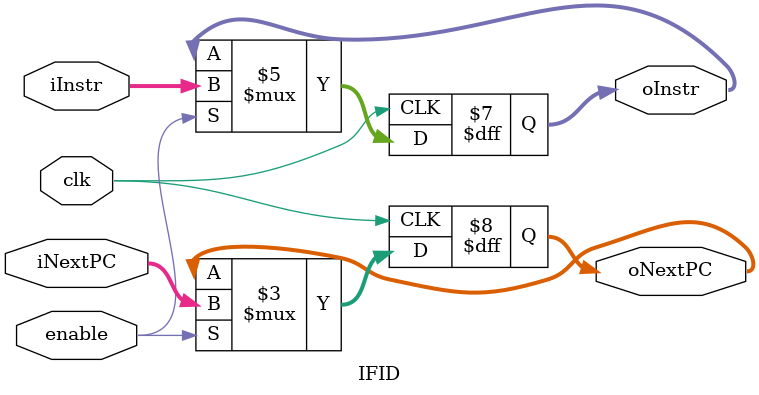
<source format=v>
module IFID(
    clk,
    iInstr,iNextPC,
    oInstr,oNextPC,
    enable
);

input clk, enable;
input [31:0] iInstr;
input [31:0] iNextPC;

output [31:0] oInstr;
output [31:0] oNextPC;

reg [31:0] oInstr;
reg [31:0] oNextPC;

initial begin
    oNextPC=32'b0;
end

always @(posedge clk)
begin
    if(enable) begin
        oInstr <= iInstr;
        oNextPC <= iNextPC;
    end
end

endmodule
</source>
